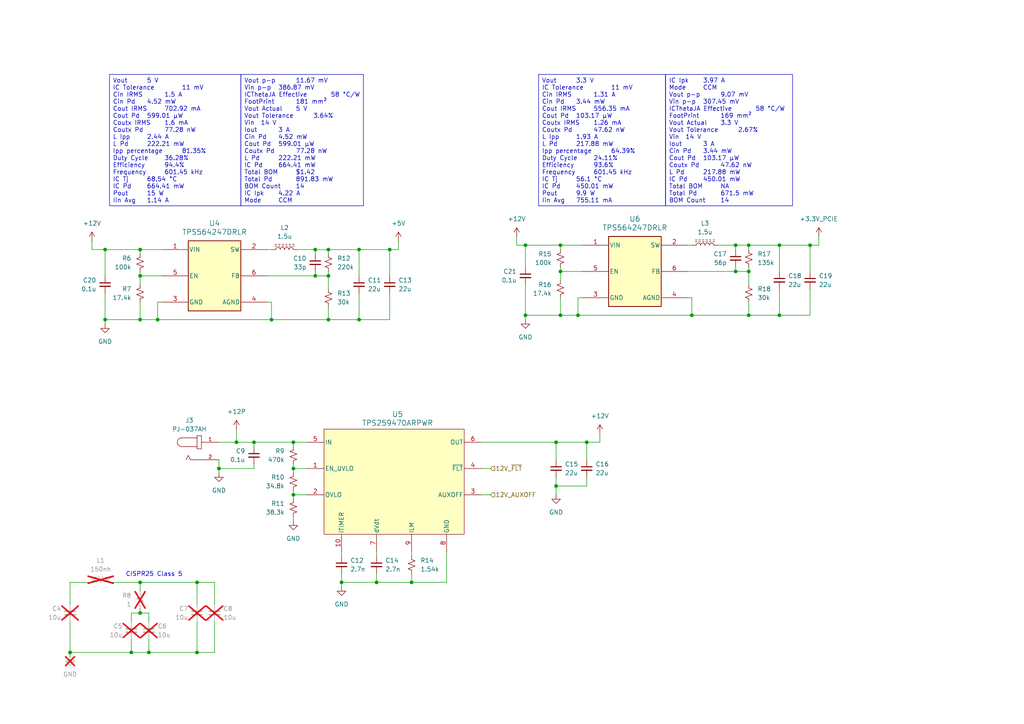
<source format=kicad_sch>
(kicad_sch (version 20231120) (generator "eeschema") (generator_version "8.0")
  (paper "A4")
  (lib_symbols
    (symbol "Device:C_Small" (pin_numbers hide) (pin_names (offset 0.254) hide)
      (property "Reference" "C" (at 0.254 1.778 0))
      (property "Value" "C_Small" (at 0.254 -2.032 0))
      (symbol "C_Small_0_1"
        (polyline (pts (xy -1.524 -0.508) (xy 1.524 -0.508)) (stroke (width 0.3302)))
        (polyline (pts (xy -1.524 0.508) (xy 1.524 0.508)) (stroke (width 0.3048)))
      )
      (symbol "C_Small_1_1"
        (pin passive line (at 0 2.54 270) (length 2.032) (name "~") (number "1"))
        (pin passive line (at 0 -2.54 90) (length 2.032) (name "~") (number "2"))
      )
    )
    (symbol "Device:L_Ferrite" (pin_numbers hide) (pin_names (offset 1.016) hide)
      (property "Reference" "L" (at -1.27 0 90))
      (property "Value" "L_Ferrite" (at 2.794 0 90))
      (symbol "L_Ferrite_0_1"
        (arc (start 0 -2.54) (mid 0.6323 -1.905) (end 0 -1.27))
        (arc (start 0 -1.27) (mid 0.6323 -0.635) (end 0 0))
        (polyline (pts (xy 1.016 -2.794) (xy 1.016 -2.286)))
        (polyline (pts (xy 1.016 -1.778) (xy 1.016 -1.27)))
        (polyline (pts (xy 1.016 -0.762) (xy 1.016 -0.254)))
        (polyline (pts (xy 1.016 0.254) (xy 1.016 0.762)))
        (polyline (pts (xy 1.016 1.27) (xy 1.016 1.778)))
        (polyline (pts (xy 1.016 2.286) (xy 1.016 2.794)))
        (polyline (pts (xy 1.524 -2.286) (xy 1.524 -2.794)))
        (polyline (pts (xy 1.524 -1.27) (xy 1.524 -1.778)))
        (polyline (pts (xy 1.524 -0.254) (xy 1.524 -0.762)))
        (polyline (pts (xy 1.524 0.762) (xy 1.524 0.254)))
        (polyline (pts (xy 1.524 1.778) (xy 1.524 1.27)))
        (polyline (pts (xy 1.524 2.794) (xy 1.524 2.286)))
        (arc (start 0 0) (mid 0.6323 0.635) (end 0 1.27))
        (arc (start 0 1.27) (mid 0.6323 1.905) (end 0 2.54))
      )
      (symbol "L_Ferrite_1_1"
        (pin passive line (at 0 3.81 270) (length 1.27) (name "1") (number "1"))
        (pin passive line (at 0 -3.81 90) (length 1.27) (name "2") (number "2"))
      )
    )
    (symbol "Device:R_Small_US" (pin_numbers hide) (pin_names (offset 0.254) hide)
      (property "Reference" "R" (at 0.762 0.508 0))
      (property "Value" "R_Small_US" (at 0.762 -1.016 0))
      (symbol "R_Small_US_1_1"
        (polyline (pts (xy 0 0) (xy 1.016 -0.381) (xy 0 -0.762) (xy -1.016 -1.143) (xy 0 -1.524)))
        (polyline (pts (xy 0 1.524) (xy 1.016 1.143) (xy 0 0.762) (xy -1.016 0.381) (xy 0 0)))
        (pin passive line (at 0 2.54 270) (length 1.016) (name "~") (number "1"))
        (pin passive line (at 0 -2.54 90) (length 1.016) (name "~") (number "2"))
      )
    )
    (symbol "PJ-037AH:PJ-037AH" (pin_names (offset 1.016))
      (property "Reference" "J" (at -7.6202 5.0801 0))
      (property "Value" "PJ-037AH" (at -7.6307 -5.0871 0))
      (symbol "PJ-037AH_0_0"
        (arc (start -5.715 3.81) (mid -6.9794 2.54) (end -5.715 1.27) (stroke (width 0.1524)))
        (polyline (pts (xy -5.715 3.81) (xy -1.27 3.81)) (stroke (width 0.1524)))
        (polyline (pts (xy -3.81 -1.27) (xy -4.445 -2.54)) (stroke (width 0.1524)))
        (polyline (pts (xy -3.175 -2.54) (xy -3.81 -1.27)) (stroke (width 0.1524)))
        (polyline (pts (xy -1.27 0.635) (xy 0 0.635)) (stroke (width 0.1524)))
        (polyline (pts (xy -1.27 1.27) (xy -5.715 1.27)) (stroke (width 0.1524)))
        (polyline (pts (xy -1.27 1.27) (xy -1.27 0.635)) (stroke (width 0.1524)))
        (polyline (pts (xy -1.27 3.81) (xy -1.27 1.27)) (stroke (width 0.1524)))
        (polyline (pts (xy -1.27 4.445) (xy -1.27 3.81)) (stroke (width 0.1524)))
        (polyline (pts (xy 0 -2.54) (xy -3.175 -2.54)) (stroke (width 0.1524)))
        (polyline (pts (xy 0 0.635) (xy 0 4.445)) (stroke (width 0.1524)))
        (polyline (pts (xy 0 4.445) (xy -1.27 4.445)) (stroke (width 0.1524)))
        (pin passive line (at 5.08 2.54 180) (length 5.08) (name "~") (number "1"))
        (pin passive line (at 5.08 -2.54 180) (length 5.08) (name "~") (number "2"))
      )
    )
    (symbol "TPS259470ARPWR:TPS259470ARPWR" (pin_names (offset 0.254))
      (property "Reference" "U2" (at 7.366 22.098 0))
      (property "Value" "TPS259470ARPWR" (at 7.366 19.558 0))
      (symbol "TPS259470ARPWR_0_1"
        (rectangle (start -13.97 17.78) (end 26.67 -12.7) (fill (type background)))
        (pin input line (at -19.05 6.35 0) (length 5.08) (name "EN_UVLO") (number "1"))
        (pin output line (at -8.89 -17.78 90) (length 5.08) (name "ITIMER") (number "10"))
        (pin power_in line (at -19.05 13.97 0) (length 5.08) (name "IN") (number "5"))
        (pin power_in line (at 31.75 13.97 180) (length 5.08) (name "OUT") (number "6"))
        (pin output line (at 1.27 -17.78 90) (length 5.08) (name "dVdt") (number "7"))
        (pin power_in line (at 21.59 -17.78 90) (length 5.08) (name "GND") (number "8"))
        (pin output line (at 11.43 -17.78 90) (length 5.08) (name "ILM") (number "9"))
      )
      (symbol "TPS259470ARPWR_1_1"
        (pin input line (at -19.05 -1.27 0) (length 5.08) (name "OVLO") (number "2"))
        (pin output line (at 31.75 -1.27 180) (length 5.08) (name "AUXOFF") (number "3"))
        (pin input line (at 31.75 6.35 180) (length 5.08) (name "~{FLT}") (number "4"))
      )
    )
    (symbol "TPS564242DRLR:TPS564242DRLR" (pin_names (offset 0.254))
      (property "Reference" "U" (at 20.32 10.16 0))
      (property "Value" "TPS564242DRLR" (at 20.32 7.62 0))
      (symbol "TPS564242DRLR_0_0"
        (rectangle (start 12.7 -15.24) (end 27.94 5.08) (stroke (width 0.254)) (fill (type background)))
      )
      (symbol "TPS564242DRLR_0_1"
        (pin power_in line (at 5.08 2.54 0) (length 7.62) (name "VIN") (number "1"))
        (pin power_out line (at 5.08 -12.7 0) (length 7.62) (name "GND") (number "3"))
        (pin power_out line (at 35.56 -12.7 180) (length 7.62) (name "AGND") (number "4"))
        (pin input line (at 5.08 -5.08 0) (length 7.62) (name "EN") (number "5"))
        (pin input line (at 35.56 -5.08 180) (length 7.62) (name "FB") (number "6"))
      )
      (symbol "TPS564242DRLR_1_1"
        (pin power_out line (at 35.56 2.54 180) (length 7.62) (name "SW") (number "2"))
      )
    )
    (symbol "power:+12P" (power) (pin_names (offset 0))
      (property "Value" "+12P" (at 0 3.556 0))
      (symbol "+12P_0_1"
        (polyline (pts (xy -0.762 1.27) (xy 0 2.54)))
        (polyline (pts (xy 0 0) (xy 0 2.54)))
        (polyline (pts (xy 0 2.54) (xy 0.762 1.27)))
      )
      (symbol "+12P_1_1"
        (pin power_in line (at 0 0 90) (length 0) hide (name "+12P") (number "1"))
      )
    )
    (symbol "power:+12V" (power) (pin_names (offset 0))
      (property "Value" "+12V" (at 0 3.556 0))
      (symbol "+12V_0_1"
        (polyline (pts (xy -0.762 1.27) (xy 0 2.54)))
        (polyline (pts (xy 0 0) (xy 0 2.54)))
        (polyline (pts (xy 0 2.54) (xy 0.762 1.27)))
      )
      (symbol "+12V_1_1"
        (pin power_in line (at 0 0 90) (length 0) hide (name "+12V") (number "1"))
      )
    )
    (symbol "power:+3.3V" (power) (pin_names (offset 0))
      (property "Value" "+3.3V" (at 0 3.556 0))
      (symbol "+3.3V_0_1"
        (polyline (pts (xy -0.762 1.27) (xy 0 2.54)))
        (polyline (pts (xy 0 0) (xy 0 2.54)))
        (polyline (pts (xy 0 2.54) (xy 0.762 1.27)))
      )
      (symbol "+3.3V_1_1"
        (pin power_in line (at 0 0 90) (length 0) hide (name "+3.3V") (number "1"))
      )
    )
    (symbol "power:+5V" (power) (pin_names (offset 0))
      (property "Value" "+5V" (at 0 3.556 0))
      (symbol "+5V_0_1"
        (polyline (pts (xy -0.762 1.27) (xy 0 2.54)))
        (polyline (pts (xy 0 0) (xy 0 2.54)))
        (polyline (pts (xy 0 2.54) (xy 0.762 1.27)))
      )
      (symbol "+5V_1_1"
        (pin power_in line (at 0 0 90) (length 0) hide (name "+5V") (number "1"))
      )
    )
    (symbol "power:GND" (power) (pin_names (offset 0))
      (property "Value" "GND" (at 0 -3.81 0))
      (symbol "GND_0_1"
        (polyline (pts (xy 0 0) (xy 0 -1.27) (xy 1.27 -1.27) (xy 0 -2.54) (xy -1.27 -1.27) (xy 0 -1.27)))
      )
      (symbol "GND_1_1"
        (pin power_in line (at 0 0 270) (length 0) hide (name "GND") (number "1"))
      )
    )
  )
  (junction (at 152.4 91.44))
  (junction (at 95.25 72.39))
  (junction (at 213.36 71.12))
  (junction (at 162.56 71.12))
  (junction (at 38.1 189.23))
  (junction (at 167.64 91.44))
  (junction (at 95.25 92.71))
  (junction (at 113.03 72.39))
  (junction (at 63.5 135.89))
  (junction (at 40.64 168.91))
  (junction (at 217.17 71.12))
  (junction (at 104.14 72.39))
  (junction (at 99.06 168.91))
  (junction (at 226.06 71.12))
  (junction (at 78.74 92.71))
  (junction (at 30.48 72.39))
  (junction (at 85.09 128.27))
  (junction (at 45.72 92.71))
  (junction (at 57.15 168.91))
  (junction (at 161.29 128.27))
  (junction (at 213.36 78.74))
  (junction (at 200.66 91.44))
  (junction (at 40.64 72.39))
  (junction (at 226.06 91.44))
  (junction (at 119.38 168.91))
  (junction (at 40.64 80.01))
  (junction (at 20.32 189.23))
  (junction (at 40.64 177.8))
  (junction (at 68.58 128.27))
  (junction (at 161.29 140.97))
  (junction (at 91.44 80.01))
  (junction (at 73.66 128.27))
  (junction (at 109.22 168.91))
  (junction (at 40.64 92.71))
  (junction (at 95.25 80.01))
  (junction (at 43.18 189.23))
  (junction (at 217.17 78.74))
  (junction (at 170.18 128.27))
  (junction (at 104.14 92.71))
  (junction (at 234.95 71.12))
  (junction (at 85.09 135.89))
  (junction (at 152.4 71.12))
  (junction (at 91.44 72.39))
  (junction (at 85.09 143.51))
  (junction (at 57.15 189.23))
  (junction (at 162.56 91.44))
  (junction (at 217.17 91.44))
  (junction (at 162.56 78.74))
  (junction (at 30.48 92.71))
  (wire (pts (xy 40.64 177.8) (xy 38.1 177.8)))
  (wire (pts (xy 152.4 71.12) (xy 162.56 71.12)))
  (wire (pts (xy 43.18 177.8) (xy 43.18 180.34)))
  (wire (pts (xy 45.72 87.63) (xy 45.72 92.71)))
  (wire (pts (xy 38.1 177.8) (xy 38.1 180.34)))
  (wire (pts (xy 40.64 168.91) (xy 40.64 171.45)))
  (wire (pts (xy 40.64 87.63) (xy 40.64 92.71)))
  (wire (pts (xy 217.17 71.12) (xy 217.17 72.39)))
  (wire (pts (xy 119.38 168.91) (xy 129.54 168.91)))
  (wire (pts (xy 85.09 135.89) (xy 85.09 137.16)))
  (wire (pts (xy 104.14 85.09) (xy 104.14 92.71)))
  (wire (pts (xy 40.64 80.01) (xy 46.99 80.01)))
  (wire (pts (xy 217.17 78.74) (xy 217.17 82.55)))
  (wire (pts (xy 161.29 138.43) (xy 161.29 140.97)))
  (wire (pts (xy 119.38 166.37) (xy 119.38 168.91)))
  (wire (pts (xy 63.5 135.89) (xy 63.5 137.16)))
  (wire (pts (xy 162.56 71.12) (xy 168.91 71.12)))
  (wire (pts (xy 86.36 72.39) (xy 91.44 72.39)))
  (wire (pts (xy 57.15 189.23) (xy 62.23 189.23)))
  (wire (pts (xy 199.39 71.12) (xy 200.66 71.12)))
  (wire (pts (xy 109.22 168.91) (xy 119.38 168.91)))
  (wire (pts (xy 162.56 78.74) (xy 168.91 78.74)))
  (wire (pts (xy 152.4 91.44) (xy 162.56 91.44)))
  (wire (pts (xy 62.23 168.91) (xy 62.23 175.26)))
  (wire (pts (xy 226.06 71.12) (xy 226.06 78.74)))
  (wire (pts (xy 20.32 168.91) (xy 20.32 175.26)))
  (wire (pts (xy 200.66 86.36) (xy 199.39 86.36)))
  (wire (pts (xy 95.25 80.01) (xy 95.25 83.82)))
  (wire (pts (xy 30.48 72.39) (xy 40.64 72.39)))
  (wire (pts (xy 78.74 92.71) (xy 78.74 87.63)))
  (wire (pts (xy 104.14 92.71) (xy 113.03 92.71)))
  (wire (pts (xy 20.32 189.23) (xy 20.32 190.5)))
  (wire (pts (xy 73.66 134.62) (xy 73.66 135.89)))
  (wire (pts (xy 63.5 135.89) (xy 73.66 135.89)))
  (wire (pts (xy 139.7 128.27) (xy 161.29 128.27)))
  (wire (pts (xy 104.14 72.39) (xy 104.14 80.01)))
  (wire (pts (xy 113.03 72.39) (xy 115.57 72.39)))
  (wire (pts (xy 119.38 160.02) (xy 119.38 161.29)))
  (wire (pts (xy 73.66 128.27) (xy 85.09 128.27)))
  (wire (pts (xy 142.24 135.89) (xy 139.7 135.89)))
  (wire (pts (xy 78.74 92.71) (xy 95.25 92.71)))
  (wire (pts (xy 237.49 68.58) (xy 237.49 71.12)))
  (wire (pts (xy 73.66 128.27) (xy 73.66 129.54)))
  (wire (pts (xy 170.18 128.27) (xy 170.18 133.35)))
  (wire (pts (xy 161.29 128.27) (xy 170.18 128.27)))
  (wire (pts (xy 26.67 72.39) (xy 30.48 72.39)))
  (wire (pts (xy 63.5 128.27) (xy 68.58 128.27)))
  (wire (pts (xy 95.25 78.74) (xy 95.25 80.01)))
  (wire (pts (xy 30.48 93.98) (xy 30.48 92.71)))
  (wire (pts (xy 91.44 72.39) (xy 91.44 73.66)))
  (wire (pts (xy 91.44 72.39) (xy 95.25 72.39)))
  (wire (pts (xy 234.95 71.12) (xy 234.95 78.74)))
  (wire (pts (xy 217.17 91.44) (xy 226.06 91.44)))
  (wire (pts (xy 45.72 87.63) (xy 46.99 87.63)))
  (wire (pts (xy 68.58 128.27) (xy 73.66 128.27)))
  (wire (pts (xy 43.18 189.23) (xy 43.18 185.42)))
  (wire (pts (xy 162.56 78.74) (xy 162.56 81.28)))
  (wire (pts (xy 85.09 143.51) (xy 88.9 143.51)))
  (wire (pts (xy 20.32 189.23) (xy 38.1 189.23)))
  (wire (pts (xy 95.25 72.39) (xy 95.25 73.66)))
  (wire (pts (xy 113.03 85.09) (xy 113.03 92.71)))
  (wire (pts (xy 213.36 71.12) (xy 217.17 71.12)))
  (wire (pts (xy 91.44 78.74) (xy 91.44 80.01)))
  (wire (pts (xy 161.29 128.27) (xy 161.29 133.35)))
  (wire (pts (xy 217.17 71.12) (xy 226.06 71.12)))
  (wire (pts (xy 30.48 92.71) (xy 40.64 92.71)))
  (wire (pts (xy 30.48 85.09) (xy 30.48 92.71)))
  (wire (pts (xy 63.5 133.35) (xy 63.5 135.89)))
  (wire (pts (xy 26.67 72.39) (xy 26.67 69.85)))
  (wire (pts (xy 57.15 168.91) (xy 57.15 175.26)))
  (wire (pts (xy 40.64 168.91) (xy 57.15 168.91)))
  (wire (pts (xy 162.56 77.47) (xy 162.56 78.74)))
  (wire (pts (xy 149.86 71.12) (xy 149.86 68.58)))
  (wire (pts (xy 40.64 78.74) (xy 40.64 80.01)))
  (wire (pts (xy 170.18 128.27) (xy 173.99 128.27)))
  (wire (pts (xy 109.22 160.02) (xy 109.22 161.29)))
  (wire (pts (xy 85.09 149.86) (xy 85.09 151.13)))
  (wire (pts (xy 170.18 138.43) (xy 170.18 140.97)))
  (wire (pts (xy 217.17 87.63) (xy 217.17 91.44)))
  (wire (pts (xy 113.03 72.39) (xy 104.14 72.39)))
  (wire (pts (xy 208.28 71.12) (xy 213.36 71.12)))
  (wire (pts (xy 85.09 142.24) (xy 85.09 143.51)))
  (wire (pts (xy 95.25 72.39) (xy 104.14 72.39)))
  (wire (pts (xy 43.18 189.23) (xy 57.15 189.23)))
  (wire (pts (xy 85.09 134.62) (xy 85.09 135.89)))
  (wire (pts (xy 78.74 87.63) (xy 77.47 87.63)))
  (wire (pts (xy 40.64 80.01) (xy 40.64 82.55)))
  (wire (pts (xy 57.15 180.34) (xy 57.15 189.23)))
  (wire (pts (xy 162.56 86.36) (xy 162.56 91.44)))
  (wire (pts (xy 38.1 185.42) (xy 38.1 189.23)))
  (wire (pts (xy 33.02 168.91) (xy 40.64 168.91)))
  (wire (pts (xy 167.64 86.36) (xy 168.91 86.36)))
  (wire (pts (xy 152.4 71.12) (xy 152.4 77.47)))
  (wire (pts (xy 167.64 86.36) (xy 167.64 91.44)))
  (wire (pts (xy 99.06 166.37) (xy 99.06 168.91)))
  (wire (pts (xy 40.64 176.53) (xy 40.64 177.8)))
  (wire (pts (xy 162.56 91.44) (xy 167.64 91.44)))
  (wire (pts (xy 161.29 140.97) (xy 170.18 140.97)))
  (wire (pts (xy 234.95 71.12) (xy 226.06 71.12)))
  (wire (pts (xy 95.25 92.71) (xy 104.14 92.71)))
  (wire (pts (xy 85.09 128.27) (xy 88.9 128.27)))
  (wire (pts (xy 85.09 143.51) (xy 85.09 144.78)))
  (wire (pts (xy 62.23 189.23) (xy 62.23 180.34)))
  (wire (pts (xy 152.4 92.71) (xy 152.4 91.44)))
  (wire (pts (xy 85.09 135.89) (xy 88.9 135.89)))
  (wire (pts (xy 149.86 71.12) (xy 152.4 71.12)))
  (wire (pts (xy 226.06 83.82) (xy 226.06 91.44)))
  (wire (pts (xy 40.64 177.8) (xy 43.18 177.8)))
  (wire (pts (xy 152.4 91.44) (xy 152.4 82.55)))
  (wire (pts (xy 213.36 78.74) (xy 217.17 78.74)))
  (wire (pts (xy 91.44 80.01) (xy 95.25 80.01)))
  (wire (pts (xy 77.47 80.01) (xy 91.44 80.01)))
  (wire (pts (xy 217.17 77.47) (xy 217.17 78.74)))
  (wire (pts (xy 167.64 91.44) (xy 200.66 91.44)))
  (wire (pts (xy 226.06 91.44) (xy 234.95 91.44)))
  (wire (pts (xy 162.56 72.39) (xy 162.56 71.12)))
  (wire (pts (xy 129.54 168.91) (xy 129.54 160.02)))
  (wire (pts (xy 115.57 69.85) (xy 115.57 72.39)))
  (wire (pts (xy 213.36 71.12) (xy 213.36 72.39)))
  (wire (pts (xy 200.66 91.44) (xy 200.66 86.36)))
  (wire (pts (xy 40.64 92.71) (xy 45.72 92.71)))
  (wire (pts (xy 68.58 124.46) (xy 68.58 128.27)))
  (wire (pts (xy 234.95 83.82) (xy 234.95 91.44)))
  (wire (pts (xy 161.29 140.97) (xy 161.29 143.51)))
  (wire (pts (xy 40.64 72.39) (xy 46.99 72.39)))
  (wire (pts (xy 213.36 77.47) (xy 213.36 78.74)))
  (wire (pts (xy 85.09 129.54) (xy 85.09 128.27)))
  (wire (pts (xy 99.06 160.02) (xy 99.06 161.29)))
  (wire (pts (xy 30.48 72.39) (xy 30.48 80.01)))
  (wire (pts (xy 113.03 72.39) (xy 113.03 80.01)))
  (wire (pts (xy 95.25 88.9) (xy 95.25 92.71)))
  (wire (pts (xy 199.39 78.74) (xy 213.36 78.74)))
  (wire (pts (xy 99.06 168.91) (xy 109.22 168.91)))
  (wire (pts (xy 173.99 128.27) (xy 173.99 125.73)))
  (wire (pts (xy 20.32 168.91) (xy 25.4 168.91)))
  (wire (pts (xy 139.7 143.51) (xy 142.24 143.51)))
  (wire (pts (xy 109.22 166.37) (xy 109.22 168.91)))
  (wire (pts (xy 200.66 91.44) (xy 217.17 91.44)))
  (wire (pts (xy 77.47 72.39) (xy 78.74 72.39)))
  (wire (pts (xy 45.72 92.71) (xy 78.74 92.71)))
  (wire (pts (xy 20.32 180.34) (xy 20.32 189.23)))
  (wire (pts (xy 57.15 168.91) (xy 62.23 168.91)))
  (wire (pts (xy 38.1 189.23) (xy 43.18 189.23)))
  (wire (pts (xy 40.64 73.66) (xy 40.64 72.39)))
  (wire (pts (xy 99.06 168.91) (xy 99.06 170.18)))
  (wire (pts (xy 234.95 71.12) (xy 237.49 71.12)))
  (text_box "Vout	5 V\nIC Tolerance	11 mV\nCin IRMS	1.5 A\nCin Pd	4.52 mW\nCout IRMS	702.92 mA\nCout Pd	599.01 µW\nCoutx IRMS	1.6 mA\nCoutx Pd	77.28 nW\nL Ipp	2.44 A\nL Pd	222.21 mW\nIpp percentage	81.35%\nDuty Cycle	36.28%\nEfficiency	94.4%\nFrequency	601.45 kHz\nIC Tj	68.54 °C\nIC Pd	664.41 mW\nPout	15 W\nIin Avg	1.14 A" (at 31.75 21.59 0) (size 38.1 38.1) (effects (font (size 1.27 1.27)) (justify left top)))
  (text_box "Vout p-p	11.67 mV\nVin p-p	386.87 mV\nICThetaJA Effective	58 °C/W\nFootPrint	181 mm²\nVout Actual	5 V\nVout Tolerance	3.64%\nVin	14 V\nIout	3 A\nCin Pd	4.52 mW\nCout Pd	599.01 µW\nCoutx Pd	77.28 nW\nL Pd	222.21 mW\nIC Pd	664.41 mW\nTotal BOM	$1.42\nTotal Pd	891.83 mW\nBOM Count	14\nIC Ipk	4.22 A\nMode	CCM" (at 69.85 21.59 0) (size 35.56 38.1) (effects (font (size 1.27 1.27)) (justify left top)))
  (text_box "IC Ipk	3.97 A\nMode	CCM\nVout p-p	9.07 mV\nVin p-p	307.45 mV\nICThetaJA Effective	58 °C/W\nFootPrint	169 mm²\nVout Actual	3.3 V\nVout Tolerance	2.67%\nVin	14 V\nIout	3 A\nCin Pd	3.44 mW\nCout Pd	103.17 µW\nCoutx Pd	47.62 nW\nL Pd	217.88 mW\nIC Pd	450.01 mW\nTotal BOM	NA\nTotal Pd	671.5 mW\nBOM Count	14" (at 193.04 21.59 0) (size 36.83 38.1) (effects (font (size 1.27 1.27)) (justify left top)))
  (text_box "Vout	3.3 V\nIC Tolerance	11 mV\nCin IRMS	1.31 A\nCin Pd	3.44 mW\nCout IRMS	556.35 mA\nCout Pd	103.17 µW\nCoutx IRMS	1.26 mA\nCoutx Pd	47.62 nW\nL Ipp	1.93 A\nL Pd	217.88 mW\nIpp percentage	64.39%\nDuty Cycle	24.11%\nEfficiency	93.6%\nFrequency	601.45 kHz\nIC Tj	56.1 °C\nIC Pd	450.01 mW\nPout	9.9 W\nIin Avg	755.11 mA" (at 156.21 21.59 0) (size 36.83 38.1) (effects (font (size 1.27 1.27)) (justify left top)))
  (text "CISPR25 Class 5" (at 44.704 166.624 0) (effects (font (size 1.27 1.27))))
  (hierarchical_label "12V_~{FLT}" (shape input) (at 142.24 135.89 0))
  (hierarchical_label "12V_AUXOFF" (shape input) (at 142.24 143.51 0))
  (symbol (lib_id "Device:L_Ferrite") (at 204.47 71.12 90) (unit 1)
    (property "Reference" "L3" (at 204.47 64.77 90))
    (property "Value" "1.5u" (at 204.47 67.31 90))
    (property "Footprint" "TYA4020:L_TYA4020" (effects (hide yes)))
    (property "Datasheet" "https://www.laird.com/sites/default/files/2020-05/TYA4020%20series%20%28Rev%20A%29.pdf" (effects (hide yes)))
    (property "Description" "Inductor with ferrite core" (effects (hide yes)))
    (property "Digikey" "https://www.digikey.com/en/products/detail/laird-signal-integrity-products/TYA40201R5M-10/12664149" (effects (hide yes)))
    (property "PN" "TYA40201R5M-10" (effects (hide yes)))
  )
  (symbol (lib_id "Device:R_Small_US") (at 162.56 74.93 0) (mirror y) (unit 1)
    (property "Reference" "R15" (at 160.02 73.6599 0) (effects (justify left)))
    (property "Value" "100k" (at 160.02 76.1999 0) (effects (justify left)))
    (property "Footprint" "Resistor_SMD:R_0603_1608Metric_Pad0.98x0.95mm_HandSolder" (effects (hide yes)))
    (property "Description" "Resistor, small US symbol" (effects (hide yes)))
  )
  (symbol (lib_id "power:+5V") (at 115.57 69.85 0) (unit 1)
    (property "Reference" "#PWR024" (effects (hide yes)))
    (property "Value" "+5V" (at 115.57 64.77 0))
    (property "Description" "Power symbol creates a global label with name \"+5V\"" (effects (hide yes)))
  )
  (symbol (lib_id "Device:R_Small_US") (at 162.56 83.82 0) (mirror y) (unit 1)
    (property "Reference" "R16" (at 160.02 82.5499 0) (effects (justify left)))
    (property "Value" "17.4k" (at 160.02 85.0899 0) (effects (justify left)))
    (property "Footprint" "Resistor_SMD:R_0603_1608Metric_Pad0.98x0.95mm_HandSolder" (effects (hide yes)))
    (property "Description" "Resistor, small US symbol" (effects (hide yes)))
  )
  (symbol (lib_id "power:GND") (at 161.29 143.51 0) (unit 1)
    (property "Reference" "#PWR027" (effects (hide yes)))
    (property "Value" "GND" (at 161.29 148.59 0))
    (property "Description" "Power symbol creates a global label with name \"GND\" , ground" (effects (hide yes)))
  )
  (symbol (lib_id "power:GND") (at 152.4 92.71 0) (unit 1)
    (property "Reference" "#PWR026" (effects (hide yes)))
    (property "Value" "GND" (at 152.4 97.79 0))
    (property "Description" "Power symbol creates a global label with name \"GND\" , ground" (effects (hide yes)))
  )
  (symbol (lib_id "power:GND") (at 63.5 137.16 0) (unit 1)
    (property "Reference" "#PWR020" (effects (hide yes)))
    (property "Value" "GND" (at 63.5 142.24 0))
    (property "Description" "Power symbol creates a global label with name \"GND\" , ground" (effects (hide yes)))
  )
  (symbol (lib_id "Device:C_Small") (at 104.14 82.55 0) (unit 1)
    (property "Reference" "C11" (at 106.68 81.2862 0) (effects (justify left)))
    (property "Value" "22u" (at 106.68 83.8262 0) (effects (justify left)))
    (property "Footprint" "Capacitor_SMD:C_1210_3225Metric_Pad1.33x2.70mm_HandSolder" (effects (hide yes)))
    (property "Datasheet" "https://www.samsungsem.com/resources/file/global/support/product_catalog/MLCC.pdf" (effects (hide yes)))
    (property "Description" "Unpolarized capacitor, small symbol" (effects (hide yes)))
    (property "Digikey" "https://www.digikey.com/en/products/detail/samsung-electro-mechanics/CL32A226MPJNNNE/3889019" (effects (hide yes)))
    (property "PN" "CL32A226MPJNNNE" (effects (hide yes)))
  )
  (symbol (lib_id "power:+3.3V") (at 237.49 68.58 0) (unit 1)
    (property "Reference" "#PWR029" (effects (hide yes)))
    (property "Value" "+3.3V_PCIE" (at 237.49 63.5 0))
    (property "Description" "Power symbol creates a global label with name \"+3.3V\"" (effects (hide yes)))
  )
  (symbol (lib_id "Device:R_Small_US") (at 217.17 85.09 0) (unit 1)
    (property "Reference" "R18" (at 219.71 83.8199 0) (effects (justify left)))
    (property "Value" "30k" (at 219.71 86.3599 0) (effects (justify left)))
    (property "Footprint" "Resistor_SMD:R_0603_1608Metric_Pad0.98x0.95mm_HandSolder" (effects (hide yes)))
    (property "Description" "Resistor, small US symbol" (effects (hide yes)))
  )
  (symbol (lib_id "TPS259470ARPWR:TPS259470ARPWR") (at 107.95 142.24 0) (unit 1)
    (property "Reference" "U5" (at 115.316 120.142 0) (effects (font (size 1.524 1.524))))
    (property "Value" "TPS259470ARPWR" (at 115.316 122.682 0) (effects (font (size 1.524 1.524))))
    (property "Footprint" "TPS259470ARPWR:RPW0010A-MFG" (effects (hide yes)))
    (property "Datasheet" "TPS259470ARPWR" (effects (hide yes)))
  )
  (symbol (lib_id "Device:R_Small_US") (at 95.25 76.2 0) (unit 1)
    (property "Reference" "R12" (at 97.79 74.9299 0) (effects (justify left)))
    (property "Value" "220k" (at 97.79 77.4699 0) (effects (justify left)))
    (property "Footprint" "Resistor_SMD:R_0603_1608Metric_Pad0.98x0.95mm_HandSolder" (effects (hide yes)))
    (property "Description" "Resistor, small US symbol" (effects (hide yes)))
  )
  (symbol (lib_id "Device:C_Small") (at 91.44 76.2 0) (unit 1)
    (property "Reference" "C10" (at 88.9 74.9362 0) (effects (justify right)))
    (property "Value" "33p" (at 88.9 77.4762 0) (effects (justify right)))
    (property "Footprint" "Capacitor_SMD:C_0603_1608Metric_Pad1.08x0.95mm_HandSolder" (effects (hide yes)))
    (property "Description" "Unpolarized capacitor, small symbol" (effects (hide yes)))
  )
  (symbol (lib_id "power:GND") (at 30.48 93.98 0) (unit 1)
    (property "Reference" "#PWR019" (effects (hide yes)))
    (property "Value" "GND" (at 30.48 99.06 0))
    (property "Description" "Power symbol creates a global label with name \"GND\" , ground" (effects (hide yes)))
  )
  (symbol (lib_id "power:+12P") (at 68.58 124.46 0) (unit 1)
    (property "Reference" "#PWR021" (effects (hide yes)))
    (property "Value" "+12P" (at 68.58 119.38 0))
    (property "Description" "Power symbol creates a global label with name \"+12P\"" (effects (hide yes)))
  )
  (symbol (lib_id "Device:C_Small") (at 109.22 163.83 0) (unit 1)
    (property "Reference" "C14" (at 111.76 162.5662 0) (effects (justify left)))
    (property "Value" "2.7n" (at 111.76 165.1062 0) (effects (justify left)))
    (property "Footprint" "Capacitor_SMD:C_0603_1608Metric_Pad1.08x0.95mm_HandSolder" (effects (hide yes)))
    (property "Description" "Unpolarized capacitor, small symbol" (effects (hide yes)))
  )
  (symbol (lib_id "Device:C_Small") (at 226.06 81.28 0) (unit 1)
    (property "Reference" "C18" (at 228.6 80.0162 0) (effects (justify left)))
    (property "Value" "22u" (at 228.6 82.5562 0) (effects (justify left)))
    (property "Footprint" "Capacitor_SMD:C_1210_3225Metric_Pad1.33x2.70mm_HandSolder" (effects (hide yes)))
    (property "Datasheet" "https://www.samsungsem.com/resources/file/global/support/product_catalog/MLCC.pdf" (effects (hide yes)))
    (property "Description" "Unpolarized capacitor, small symbol" (effects (hide yes)))
    (property "Digikey" "https://www.digikey.com/en/products/detail/samsung-electro-mechanics/CL32A226MPJNNNE/3889019" (effects (hide yes)))
    (property "PN" "CL32A226MPJNNNE" (effects (hide yes)))
  )
  (symbol (lib_id "Device:R_Small_US") (at 85.09 147.32 0) (mirror y) (unit 1)
    (property "Reference" "R11" (at 82.55 146.0499 0) (effects (justify left)))
    (property "Value" "38.3k" (at 82.55 148.5899 0) (effects (justify left)))
    (property "Footprint" "Resistor_SMD:R_0603_1608Metric_Pad0.98x0.95mm_HandSolder" (effects (hide yes)))
    (property "Description" "Resistor, small US symbol" (effects (hide yes)))
  )
  (symbol (lib_id "power:GND") (at 99.06 170.18 0) (unit 1)
    (property "Reference" "#PWR023" (effects (hide yes)))
    (property "Value" "GND" (at 99.06 175.26 0))
    (property "Description" "Power symbol creates a global label with name \"GND\" , ground" (effects (hide yes)))
  )
  (symbol (lib_id "Device:C_Small") (at 113.03 82.55 0) (unit 1)
    (property "Reference" "C13" (at 115.57 81.2862 0) (effects (justify left)))
    (property "Value" "22u" (at 115.57 83.8262 0) (effects (justify left)))
    (property "Footprint" "Capacitor_SMD:C_1210_3225Metric_Pad1.33x2.70mm_HandSolder" (effects (hide yes)))
    (property "Datasheet" "https://www.samsungsem.com/resources/file/global/support/product_catalog/MLCC.pdf" (effects (hide yes)))
    (property "Description" "Unpolarized capacitor, small symbol" (effects (hide yes)))
    (property "Digikey" "https://www.digikey.com/en/products/detail/samsung-electro-mechanics/CL32A226MPJNNNE/3889019" (effects (hide yes)))
    (property "PN" "CL32A226MPJNNNE" (effects (hide yes)))
  )
  (symbol (lib_id "power:GND") (at 85.09 151.13 0) (unit 1)
    (property "Reference" "#PWR022" (effects (hide yes)))
    (property "Value" "GND" (at 85.09 156.21 0))
    (property "Description" "Power symbol creates a global label with name \"GND\" , ground" (effects (hide yes)))
  )
  (symbol (lib_id "Device:C_Small") (at 73.66 132.08 0) (mirror y) (unit 1)
    (property "Reference" "C9" (at 71.12 130.8162 0) (effects (justify left)))
    (property "Value" "0.1u" (at 71.12 133.3562 0) (effects (justify left)))
    (property "Footprint" "Capacitor_SMD:C_0603_1608Metric_Pad1.08x0.95mm_HandSolder" (effects (hide yes)))
    (property "Description" "Unpolarized capacitor, small symbol" (effects (hide yes)))
  )
  (symbol (lib_id "TPS564242DRLR:TPS564242DRLR") (at 41.91 74.93 0) (unit 1)
    (property "Reference" "U4" (at 62.23 64.77 0) (effects (font (size 1.524 1.524))))
    (property "Value" "TPS564247DRLR" (at 62.23 67.31 0) (effects (font (size 1.524 1.524))))
    (property "Footprint" "TPS564242DRLR:TPS564242DRLR_TEX" (effects (hide yes)))
    (property "Datasheet" "TPS564242DRLR" (effects (hide yes)))
  )
  (symbol (lib_id "Device:C_Small") (at 152.4 80.01 0) (mirror y) (unit 1)
    (property "Reference" "C21" (at 149.86 78.7462 0) (effects (justify left)))
    (property "Value" "0.1u" (at 149.86 81.2862 0) (effects (justify left)))
    (property "Footprint" "Capacitor_SMD:C_0603_1608Metric_Pad1.08x0.95mm_HandSolder" (effects (hide yes)))
    (property "Datasheet" "https://product.samsungsem.com/mlcc/CL10B104KA8NNN.do" (effects (hide yes)))
    (property "Description" "Unpolarized capacitor, small symbol" (effects (hide yes)))
    (property "Part" "CL10B104KA8NNNC" (effects (hide yes)))
    (property "Digikey" "https://www.digikey.com/en/products/detail/samsung-electro-mechanics/CL10B104KA8NNNC/3886664" (effects (hide yes)))
  )
  (symbol (lib_id "Device:C_Small") (at 30.48 82.55 0) (mirror y) (unit 1)
    (property "Reference" "C20" (at 27.94 81.2862 0) (effects (justify left)))
    (property "Value" "0.1u" (at 27.94 83.8262 0) (effects (justify left)))
    (property "Footprint" "Capacitor_SMD:C_0603_1608Metric_Pad1.08x0.95mm_HandSolder" (effects (hide yes)))
    (property "Datasheet" "https://product.samsungsem.com/mlcc/CL10B104KA8NNN.do" (effects (hide yes)))
    (property "Description" "Unpolarized capacitor, small symbol" (effects (hide yes)))
    (property "Part" "CL10B104KA8NNNC" (effects (hide yes)))
    (property "Digikey" "https://www.digikey.com/en/products/detail/samsung-electro-mechanics/CL10B104KA8NNNC/3886664" (effects (hide yes)))
  )
  (symbol (lib_id "Device:C_Small") (at 234.95 81.28 0) (unit 1)
    (property "Reference" "C19" (at 237.49 80.0162 0) (effects (justify left)))
    (property "Value" "22u" (at 237.49 82.5562 0) (effects (justify left)))
    (property "Footprint" "Capacitor_SMD:C_1210_3225Metric_Pad1.33x2.70mm_HandSolder" (effects (hide yes)))
    (property "Datasheet" "https://www.samsungsem.com/resources/file/global/support/product_catalog/MLCC.pdf" (effects (hide yes)))
    (property "Description" "Unpolarized capacitor, small symbol" (effects (hide yes)))
    (property "Digikey" "https://www.digikey.com/en/products/detail/samsung-electro-mechanics/CL32A226MPJNNNE/3889019" (effects (hide yes)))
    (property "PN" "CL32A226MPJNNNE" (effects (hide yes)))
  )
  (symbol (lib_id "Device:R_Small_US") (at 40.64 76.2 0) (mirror y) (unit 1)
    (property "Reference" "R6" (at 38.1 74.9299 0) (effects (justify left)))
    (property "Value" "100k" (at 38.1 77.4699 0) (effects (justify left)))
    (property "Footprint" "Resistor_SMD:R_0603_1608Metric_Pad0.98x0.95mm_HandSolder" (effects (hide yes)))
    (property "Description" "Resistor, small US symbol" (effects (hide yes)))
  )
  (symbol (lib_id "Device:C_Small") (at 20.32 177.8 0) (mirror y) (unit 1) (on_board no) (dnp yes)
    (property "Reference" "C4" (at 17.78 176.5362 0) (effects (justify left)))
    (property "Value" "10u" (at 17.78 179.0762 0) (effects (justify left)))
    (property "Footprint" "Capacitor_SMD:C_1210_3225Metric_Pad1.33x2.70mm_HandSolder" (effects (hide yes)))
    (property "Datasheet" "https://mm.digikey.com/Volume0/opasdata/d220001/medias/docus/1130/CL32A106KAULNNE_Spec.pdf" (effects (hide yes)))
    (property "Description" "Unpolarized capacitor, small symbol" (effects (hide yes)))
    (property "Digikey" "https://www.digikey.com/en/products/detail/samsung-electro-mechanics/CL32A106KAULNNE/3887512" (effects (hide yes)))
    (property "PN" "CL32A106KAULNNE" (effects (hide yes)))
  )
  (symbol (lib_id "PJ-037AH:PJ-037AH") (at 58.42 130.81 0) (unit 1)
    (property "Reference" "J3" (at 54.9303 121.92 0))
    (property "Value" "PJ-037AH" (at 54.9303 124.46 0))
    (property "Footprint" "PJ_037AH:CUI_PJ-037AH" (effects (hide yes)))
    (property "PARTREV" "1.05" (effects (hide yes)))
    (property "MANUFACTURER" "CUI Devices" (effects (hide yes)))
    (property "MAXIMUM_PACKAGE_HEIGHT" "11.2 mm" (effects (hide yes)))
    (property "STANDARD" "Manufacturer Recommendations" (effects (hide yes)))
  )
  (symbol (lib_id "Device:R_Small_US") (at 119.38 163.83 0) (unit 1)
    (property "Reference" "R14" (at 121.92 162.5599 0) (effects (justify left)))
    (property "Value" "1.54k" (at 121.92 165.0999 0) (effects (justify left)))
    (property "Footprint" "Resistor_SMD:R_0603_1608Metric_Pad0.98x0.95mm_HandSolder" (effects (hide yes)))
    (property "Description" "Resistor, small US symbol" (effects (hide yes)))
  )
  (symbol (lib_id "Device:C_Small") (at 62.23 177.8 0) (unit 1) (on_board no) (dnp yes)
    (property "Reference" "C8" (at 64.77 176.5362 0) (effects (justify left)))
    (property "Value" "10u" (at 64.77 179.0762 0) (effects (justify left)))
    (property "Footprint" "Capacitor_SMD:C_1210_3225Metric_Pad1.33x2.70mm_HandSolder" (effects (hide yes)))
    (property "Datasheet" "https://mm.digikey.com/Volume0/opasdata/d220001/medias/docus/1130/CL32A106KAULNNE_Spec.pdf" (effects (hide yes)))
    (property "Description" "Unpolarized capacitor, small symbol" (effects (hide yes)))
    (property "Digikey" "https://www.digikey.com/en/products/detail/samsung-electro-mechanics/CL32A106KAULNNE/3887512" (effects (hide yes)))
    (property "PN" "CL32A106KAULNNE" (effects (hide yes)))
  )
  (symbol (lib_id "Device:R_Small_US") (at 40.64 173.99 0) (unit 1) (on_board no) (dnp yes)
    (property "Reference" "R8" (at 38.1 172.7199 0) (effects (justify right)))
    (property "Value" "1" (at 38.1 175.2599 0) (effects (justify right)))
    (property "Footprint" "Resistor_SMD:R_0603_1608Metric_Pad0.98x0.95mm_HandSolder" (effects (hide yes)))
    (property "Datasheet" "https://www.koaspeer.com/pdfs/RK73B.pdf" (effects (hide yes)))
    (property "Description" "Resistor, small US symbol" (effects (hide yes)))
    (property "Digikey" "https://www.digikey.com/en/products/detail/koa-speer-electronics-inc/RK73B1JTTD1R0J/9844725" (effects (hide yes)))
    (property "PN" "RK73B1JTTD1R0J" (effects (hide yes)))
  )
  (symbol (lib_id "Device:L_Ferrite") (at 29.21 168.91 90) (unit 1) (on_board no) (dnp yes)
    (property "Reference" "L1" (at 29.21 162.56 90))
    (property "Value" "150nh" (at 29.21 165.1 90))
    (property "Footprint" "TYA4020:L_TYA4020" (effects (hide yes)))
    (property "Datasheet" "https://productfinder.pulseelectronics.com/api/open/part-attachments/datasheet/ADCC00201612R15MC1" (effects (hide yes)))
    (property "Description" "Inductor with ferrite core" (effects (hide yes)))
    (property "Digikey" "https://www.digikey.com/en/products/detail/pulse-electronics/ADCC00201612R15MC1/19200503" (effects (hide yes)))
    (property "PN" "ADCC00201612R15MC1" (effects (hide yes)))
  )
  (symbol (lib_id "Device:C_Small") (at 99.06 163.83 0) (unit 1)
    (property "Reference" "C12" (at 101.6 162.5662 0) (effects (justify left)))
    (property "Value" "2.7n" (at 101.6 165.1062 0) (effects (justify left)))
    (property "Footprint" "Capacitor_SMD:C_0603_1608Metric_Pad1.08x0.95mm_HandSolder" (effects (hide yes)))
    (property "Description" "Unpolarized capacitor, small symbol" (effects (hide yes)))
  )
  (symbol (lib_id "Device:L_Ferrite") (at 82.55 72.39 90) (unit 1)
    (property "Reference" "L2" (at 82.55 66.04 90))
    (property "Value" "1.5u" (at 82.55 68.58 90))
    (property "Footprint" "TYA4020:L_TYA4020" (effects (hide yes)))
    (property "Datasheet" "https://www.laird.com/sites/default/files/2020-05/TYA4020%20series%20%28Rev%20A%29.pdf" (effects (hide yes)))
    (property "Description" "Inductor with ferrite core" (effects (hide yes)))
    (property "Digikey" "https://www.digikey.com/en/products/detail/laird-signal-integrity-products/TYA40201R5M-10/12664149" (effects (hide yes)))
    (property "PN" "TYA40201R5M-10" (effects (hide yes)))
  )
  (symbol (lib_id "Device:R_Small_US") (at 217.17 74.93 0) (unit 1)
    (property "Reference" "R17" (at 219.71 73.6599 0) (effects (justify left)))
    (property "Value" "135k" (at 219.71 76.1999 0) (effects (justify left)))
    (property "Footprint" "Resistor_SMD:R_0603_1608Metric_Pad0.98x0.95mm_HandSolder" (effects (hide yes)))
    (property "Description" "Resistor, small US symbol" (effects (hide yes)))
  )
  (symbol (lib_id "Device:R_Small_US") (at 40.64 85.09 0) (mirror y) (unit 1)
    (property "Reference" "R7" (at 38.1 83.8199 0) (effects (justify left)))
    (property "Value" "17.4k" (at 38.1 86.3599 0) (effects (justify left)))
    (property "Footprint" "Resistor_SMD:R_0603_1608Metric_Pad0.98x0.95mm_HandSolder" (effects (hide yes)))
    (property "Description" "Resistor, small US symbol" (effects (hide yes)))
  )
  (symbol (lib_id "Device:C_Small") (at 161.29 135.89 0) (unit 1)
    (property "Reference" "C15" (at 163.83 134.6262 0) (effects (justify left)))
    (property "Value" "22u" (at 163.83 137.1662 0) (effects (justify left)))
    (property "Footprint" "Capacitor_SMD:C_1210_3225Metric_Pad1.33x2.70mm_HandSolder" (effects (hide yes)))
    (property "Datasheet" "https://www.samsungsem.com/resources/file/global/support/product_catalog/MLCC.pdf" (effects (hide yes)))
    (property "Description" "Unpolarized capacitor, small symbol" (effects (hide yes)))
    (property "Digikey" "https://www.digikey.com/en/products/detail/samsung-electro-mechanics/CL32A226MPJNNNE/3889019" (effects (hide yes)))
    (property "PN" "CL32A226MPJNNNE" (effects (hide yes)))
  )
  (symbol (lib_id "power:+12V") (at 173.99 125.73 0) (unit 1)
    (property "Reference" "#PWR028" (effects (hide yes)))
    (property "Value" "+12V" (at 173.99 120.65 0))
    (property "Description" "Power symbol creates a global label with name \"+12V\"" (effects (hide yes)))
  )
  (symbol (lib_id "Device:R_Small_US") (at 85.09 132.08 0) (mirror y) (unit 1)
    (property "Reference" "R9" (at 82.55 130.8099 0) (effects (justify left)))
    (property "Value" "470k" (at 82.55 133.3499 0) (effects (justify left)))
    (property "Footprint" "Resistor_SMD:R_0603_1608Metric_Pad0.98x0.95mm_HandSolder" (effects (hide yes)))
    (property "Description" "Resistor, small US symbol" (effects (hide yes)))
  )
  (symbol (lib_id "Device:C_Small") (at 170.18 135.89 0) (unit 1)
    (property "Reference" "C16" (at 172.72 134.6262 0) (effects (justify left)))
    (property "Value" "22u" (at 172.72 137.1662 0) (effects (justify left)))
    (property "Footprint" "Capacitor_SMD:C_1210_3225Metric_Pad1.33x2.70mm_HandSolder" (effects (hide yes)))
    (property "Datasheet" "https://www.samsungsem.com/resources/file/global/support/product_catalog/MLCC.pdf" (effects (hide yes)))
    (property "Description" "Unpolarized capacitor, small symbol" (effects (hide yes)))
    (property "Digikey" "https://www.digikey.com/en/products/detail/samsung-electro-mechanics/CL32A226MPJNNNE/3889019" (effects (hide yes)))
    (property "PN" "CL32A226MPJNNNE" (effects (hide yes)))
  )
  (symbol (lib_id "Device:C_Small") (at 43.18 182.88 0) (unit 1) (on_board no) (dnp yes)
    (property "Reference" "C6" (at 45.72 181.6162 0) (effects (justify left)))
    (property "Value" "10u" (at 45.72 184.1562 0) (effects (justify left)))
    (property "Footprint" "Capacitor_SMD:C_1210_3225Metric_Pad1.33x2.70mm_HandSolder" (effects (hide yes)))
    (property "Datasheet" "https://mm.digikey.com/Volume0/opasdata/d220001/medias/docus/1130/CL32A106KAULNNE_Spec.pdf" (effects (hide yes)))
    (property "Description" "Unpolarized capacitor, small symbol" (effects (hide yes)))
    (property "Digikey" "https://www.digikey.com/en/products/detail/samsung-electro-mechanics/CL32A106KAULNNE/3887512" (effects (hide yes)))
    (property "PN" "CL32A106KAULNNE" (effects (hide yes)))
  )
  (symbol (lib_id "power:+12V") (at 149.86 68.58 0) (unit 1)
    (property "Reference" "#PWR025" (effects (hide yes)))
    (property "Value" "+12V" (at 149.86 63.5 0))
    (property "Description" "Power symbol creates a global label with name \"+12V\"" (effects (hide yes)))
  )
  (symbol (lib_id "Device:R_Small_US") (at 85.09 139.7 0) (mirror y) (unit 1)
    (property "Reference" "R10" (at 82.55 138.4299 0) (effects (justify left)))
    (property "Value" "34.8k" (at 82.55 140.9699 0) (effects (justify left)))
    (property "Footprint" "Resistor_SMD:R_0603_1608Metric_Pad0.98x0.95mm_HandSolder" (effects (hide yes)))
    (property "Description" "Resistor, small US symbol" (effects (hide yes)))
  )
  (symbol (lib_id "Device:R_Small_US") (at 95.25 86.36 0) (unit 1)
    (property "Reference" "R13" (at 97.79 85.0899 0) (effects (justify left)))
    (property "Value" "30k" (at 97.79 87.6299 0) (effects (justify left)))
    (property "Footprint" "Resistor_SMD:R_0603_1608Metric_Pad0.98x0.95mm_HandSolder" (effects (hide yes)))
    (property "Description" "Resistor, small US symbol" (effects (hide yes)))
  )
  (symbol (lib_id "power:GND") (at 20.32 190.5 0) (unit 1) (on_board no) (dnp yes)
    (property "Reference" "#PWR017" (effects (hide yes)))
    (property "Value" "GND" (at 20.32 195.58 0))
    (property "Description" "Power symbol creates a global label with name \"GND\" , ground" (effects (hide yes)))
  )
  (symbol (lib_id "power:+12V") (at 26.67 69.85 0) (unit 1)
    (property "Reference" "#PWR018" (effects (hide yes)))
    (property "Value" "+12V" (at 26.67 64.77 0))
    (property "Description" "Power symbol creates a global label with name \"+12V\"" (effects (hide yes)))
  )
  (symbol (lib_id "Device:C_Small") (at 213.36 74.93 0) (unit 1)
    (property "Reference" "C17" (at 210.82 73.6662 0) (effects (justify right)))
    (property "Value" "56p" (at 210.82 76.2062 0) (effects (justify right)))
    (property "Footprint" "Capacitor_SMD:C_0603_1608Metric_Pad1.08x0.95mm_HandSolder" (effects (hide yes)))
    (property "Description" "Unpolarized capacitor, small symbol" (effects (hide yes)))
  )
  (symbol (lib_id "Device:C_Small") (at 57.15 177.8 0) (mirror y) (unit 1) (on_board no) (dnp yes)
    (property "Reference" "C7" (at 54.61 176.5362 0) (effects (justify left)))
    (property "Value" "10u" (at 54.61 179.0762 0) (effects (justify left)))
    (property "Footprint" "Capacitor_SMD:C_1210_3225Metric_Pad1.33x2.70mm_HandSolder" (effects (hide yes)))
    (property "Datasheet" "https://mm.digikey.com/Volume0/opasdata/d220001/medias/docus/1130/CL32A106KAULNNE_Spec.pdf" (effects (hide yes)))
    (property "Description" "Unpolarized capacitor, small symbol" (effects (hide yes)))
    (property "Digikey" "https://www.digikey.com/en/products/detail/samsung-electro-mechanics/CL32A106KAULNNE/3887512" (effects (hide yes)))
    (property "PN" "CL32A106KAULNNE" (effects (hide yes)))
  )
  (symbol (lib_id "TPS564242DRLR:TPS564242DRLR") (at 163.83 73.66 0) (unit 1)
    (property "Reference" "U6" (at 184.15 63.5 0) (effects (font (size 1.524 1.524))))
    (property "Value" "TPS564247DRLR" (at 184.15 66.04 0) (effects (font (size 1.524 1.524))))
    (property "Footprint" "TPS564242DRLR:TPS564242DRLR_TEX" (effects (hide yes)))
    (property "Datasheet" "TPS564242DRLR" (effects (hide yes)))
  )
  (symbol (lib_id "Device:C_Small") (at 38.1 182.88 0) (mirror y) (unit 1) (on_board no) (dnp yes)
    (property "Reference" "C5" (at 35.56 181.6162 0) (effects (justify left)))
    (property "Value" "10u" (at 35.56 184.1562 0) (effects (justify left)))
    (property "Footprint" "Capacitor_SMD:C_1210_3225Metric_Pad1.33x2.70mm_HandSolder" (effects (hide yes)))
    (property "Datasheet" "https://mm.digikey.com/Volume0/opasdata/d220001/medias/docus/1130/CL32A106KAULNNE_Spec.pdf" (effects (hide yes)))
    (property "Description" "Unpolarized capacitor, small symbol" (effects (hide yes)))
    (property "Digikey" "https://www.digikey.com/en/products/detail/samsung-electro-mechanics/CL32A106KAULNNE/3887512" (effects (hide yes)))
    (property "PN" "CL32A106KAULNNE" (effects (hide yes)))
  )
)
</source>
